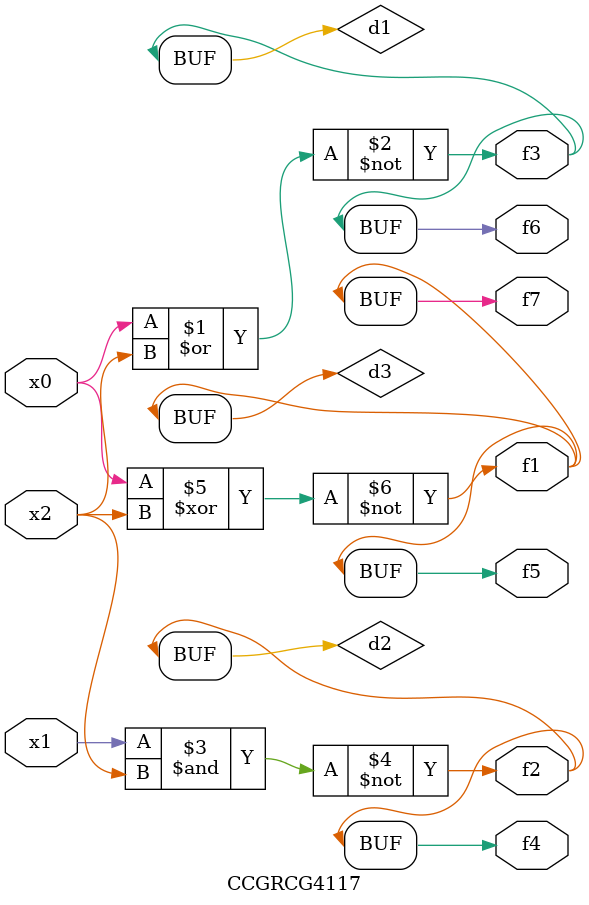
<source format=v>
module CCGRCG4117(
	input x0, x1, x2,
	output f1, f2, f3, f4, f5, f6, f7
);

	wire d1, d2, d3;

	nor (d1, x0, x2);
	nand (d2, x1, x2);
	xnor (d3, x0, x2);
	assign f1 = d3;
	assign f2 = d2;
	assign f3 = d1;
	assign f4 = d2;
	assign f5 = d3;
	assign f6 = d1;
	assign f7 = d3;
endmodule

</source>
